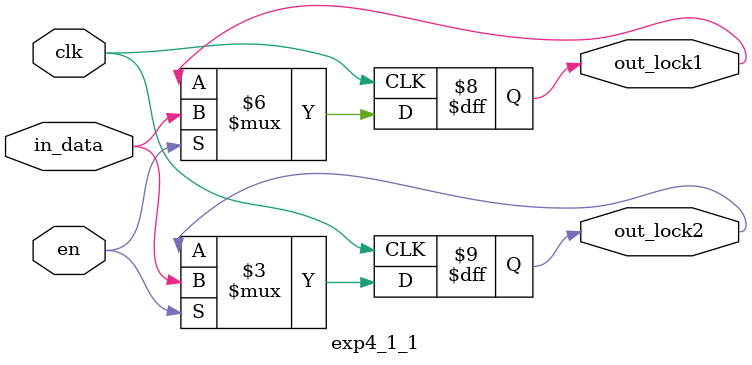
<source format=v>
module exp4_1_1(clk,in_data,en,out_lock1,out_lock2);
	input clk; 
	input in_data; 
	input en; 
	output reg out_lock1,out_lock2; 
	always @ (posedge clk ) 
	begin
	if(en)
		begin
		out_lock1=in_data;
		out_lock2=out_lock1;
		end
	else
		begin
		out_lock1=out_lock1;
		out_lock2=out_lock2;
		end
	end	
endmodule

</source>
